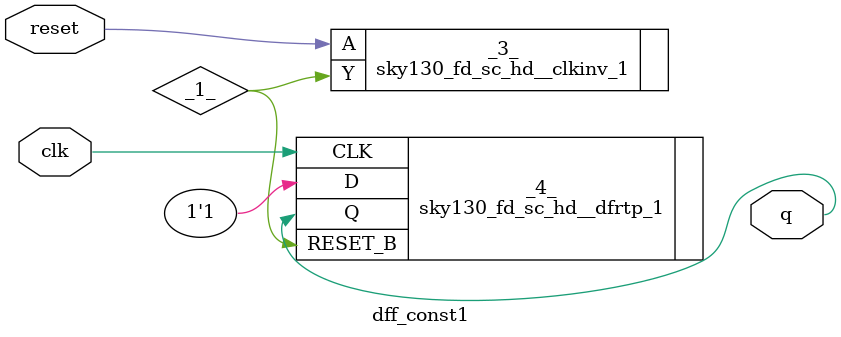
<source format=v>
/* Generated by Yosys 0.7 (git sha1 61f6811, gcc 6.2.0-11ubuntu1 -O2 -fdebug-prefix-map=/build/yosys-OIL3SR/yosys-0.7=. -fstack-protector-strong -fPIC -Os) */

module dff_const1(clk, reset, q);
  wire _0_;
  wire _1_;
  wire _2_;
  input clk;
  output q;
  input reset;
  sky130_fd_sc_hd__clkinv_1 _3_ (
    .A(_0_),
    .Y(_1_)
  );
  sky130_fd_sc_hd__dfrtp_1 _4_ (
    .CLK(clk),
    .D(1'b1),
    .Q(q),
    .RESET_B(_2_)
  );
  assign _0_ = reset;
  assign _2_ = _1_;
endmodule

</source>
